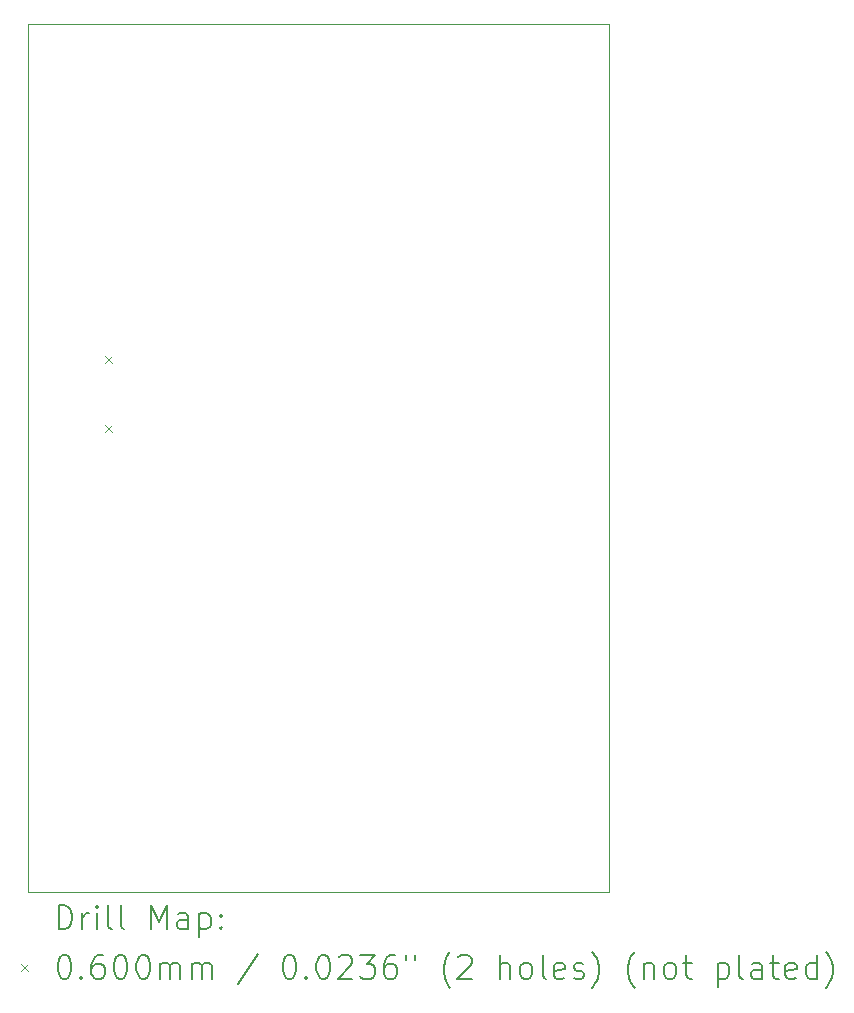
<source format=gbr>
%TF.GenerationSoftware,KiCad,Pcbnew,8.0.3*%
%TF.CreationDate,2024-07-09T19:19:06+01:00*%
%TF.ProjectId,LEDStrip,4c454453-7472-4697-902e-6b696361645f,rev?*%
%TF.SameCoordinates,Original*%
%TF.FileFunction,Drillmap*%
%TF.FilePolarity,Positive*%
%FSLAX45Y45*%
G04 Gerber Fmt 4.5, Leading zero omitted, Abs format (unit mm)*
G04 Created by KiCad (PCBNEW 8.0.3) date 2024-07-09 19:19:06*
%MOMM*%
%LPD*%
G01*
G04 APERTURE LIST*
%ADD10C,0.050000*%
%ADD11C,0.200000*%
%ADD12C,0.100000*%
G04 APERTURE END LIST*
D10*
X12512250Y-5685000D02*
X17427750Y-5685000D01*
X17427750Y-13033000D01*
X12512250Y-13033000D01*
X12512250Y-5685000D01*
D11*
D12*
X13162000Y-8498000D02*
X13222000Y-8558000D01*
X13222000Y-8498000D02*
X13162000Y-8558000D01*
X13162000Y-9076000D02*
X13222000Y-9136000D01*
X13222000Y-9076000D02*
X13162000Y-9136000D01*
D11*
X12770527Y-13346984D02*
X12770527Y-13146984D01*
X12770527Y-13146984D02*
X12818146Y-13146984D01*
X12818146Y-13146984D02*
X12846717Y-13156508D01*
X12846717Y-13156508D02*
X12865765Y-13175555D01*
X12865765Y-13175555D02*
X12875289Y-13194603D01*
X12875289Y-13194603D02*
X12884812Y-13232698D01*
X12884812Y-13232698D02*
X12884812Y-13261269D01*
X12884812Y-13261269D02*
X12875289Y-13299365D01*
X12875289Y-13299365D02*
X12865765Y-13318412D01*
X12865765Y-13318412D02*
X12846717Y-13337460D01*
X12846717Y-13337460D02*
X12818146Y-13346984D01*
X12818146Y-13346984D02*
X12770527Y-13346984D01*
X12970527Y-13346984D02*
X12970527Y-13213650D01*
X12970527Y-13251746D02*
X12980051Y-13232698D01*
X12980051Y-13232698D02*
X12989574Y-13223174D01*
X12989574Y-13223174D02*
X13008622Y-13213650D01*
X13008622Y-13213650D02*
X13027670Y-13213650D01*
X13094336Y-13346984D02*
X13094336Y-13213650D01*
X13094336Y-13146984D02*
X13084812Y-13156508D01*
X13084812Y-13156508D02*
X13094336Y-13166031D01*
X13094336Y-13166031D02*
X13103860Y-13156508D01*
X13103860Y-13156508D02*
X13094336Y-13146984D01*
X13094336Y-13146984D02*
X13094336Y-13166031D01*
X13218146Y-13346984D02*
X13199098Y-13337460D01*
X13199098Y-13337460D02*
X13189574Y-13318412D01*
X13189574Y-13318412D02*
X13189574Y-13146984D01*
X13322908Y-13346984D02*
X13303860Y-13337460D01*
X13303860Y-13337460D02*
X13294336Y-13318412D01*
X13294336Y-13318412D02*
X13294336Y-13146984D01*
X13551479Y-13346984D02*
X13551479Y-13146984D01*
X13551479Y-13146984D02*
X13618146Y-13289841D01*
X13618146Y-13289841D02*
X13684812Y-13146984D01*
X13684812Y-13146984D02*
X13684812Y-13346984D01*
X13865765Y-13346984D02*
X13865765Y-13242222D01*
X13865765Y-13242222D02*
X13856241Y-13223174D01*
X13856241Y-13223174D02*
X13837193Y-13213650D01*
X13837193Y-13213650D02*
X13799098Y-13213650D01*
X13799098Y-13213650D02*
X13780051Y-13223174D01*
X13865765Y-13337460D02*
X13846717Y-13346984D01*
X13846717Y-13346984D02*
X13799098Y-13346984D01*
X13799098Y-13346984D02*
X13780051Y-13337460D01*
X13780051Y-13337460D02*
X13770527Y-13318412D01*
X13770527Y-13318412D02*
X13770527Y-13299365D01*
X13770527Y-13299365D02*
X13780051Y-13280317D01*
X13780051Y-13280317D02*
X13799098Y-13270793D01*
X13799098Y-13270793D02*
X13846717Y-13270793D01*
X13846717Y-13270793D02*
X13865765Y-13261269D01*
X13961003Y-13213650D02*
X13961003Y-13413650D01*
X13961003Y-13223174D02*
X13980051Y-13213650D01*
X13980051Y-13213650D02*
X14018146Y-13213650D01*
X14018146Y-13213650D02*
X14037193Y-13223174D01*
X14037193Y-13223174D02*
X14046717Y-13232698D01*
X14046717Y-13232698D02*
X14056241Y-13251746D01*
X14056241Y-13251746D02*
X14056241Y-13308888D01*
X14056241Y-13308888D02*
X14046717Y-13327936D01*
X14046717Y-13327936D02*
X14037193Y-13337460D01*
X14037193Y-13337460D02*
X14018146Y-13346984D01*
X14018146Y-13346984D02*
X13980051Y-13346984D01*
X13980051Y-13346984D02*
X13961003Y-13337460D01*
X14141955Y-13327936D02*
X14151479Y-13337460D01*
X14151479Y-13337460D02*
X14141955Y-13346984D01*
X14141955Y-13346984D02*
X14132432Y-13337460D01*
X14132432Y-13337460D02*
X14141955Y-13327936D01*
X14141955Y-13327936D02*
X14141955Y-13346984D01*
X14141955Y-13223174D02*
X14151479Y-13232698D01*
X14151479Y-13232698D02*
X14141955Y-13242222D01*
X14141955Y-13242222D02*
X14132432Y-13232698D01*
X14132432Y-13232698D02*
X14141955Y-13223174D01*
X14141955Y-13223174D02*
X14141955Y-13242222D01*
D12*
X12449750Y-13645500D02*
X12509750Y-13705500D01*
X12509750Y-13645500D02*
X12449750Y-13705500D01*
D11*
X12808622Y-13566984D02*
X12827670Y-13566984D01*
X12827670Y-13566984D02*
X12846717Y-13576508D01*
X12846717Y-13576508D02*
X12856241Y-13586031D01*
X12856241Y-13586031D02*
X12865765Y-13605079D01*
X12865765Y-13605079D02*
X12875289Y-13643174D01*
X12875289Y-13643174D02*
X12875289Y-13690793D01*
X12875289Y-13690793D02*
X12865765Y-13728888D01*
X12865765Y-13728888D02*
X12856241Y-13747936D01*
X12856241Y-13747936D02*
X12846717Y-13757460D01*
X12846717Y-13757460D02*
X12827670Y-13766984D01*
X12827670Y-13766984D02*
X12808622Y-13766984D01*
X12808622Y-13766984D02*
X12789574Y-13757460D01*
X12789574Y-13757460D02*
X12780051Y-13747936D01*
X12780051Y-13747936D02*
X12770527Y-13728888D01*
X12770527Y-13728888D02*
X12761003Y-13690793D01*
X12761003Y-13690793D02*
X12761003Y-13643174D01*
X12761003Y-13643174D02*
X12770527Y-13605079D01*
X12770527Y-13605079D02*
X12780051Y-13586031D01*
X12780051Y-13586031D02*
X12789574Y-13576508D01*
X12789574Y-13576508D02*
X12808622Y-13566984D01*
X12961003Y-13747936D02*
X12970527Y-13757460D01*
X12970527Y-13757460D02*
X12961003Y-13766984D01*
X12961003Y-13766984D02*
X12951479Y-13757460D01*
X12951479Y-13757460D02*
X12961003Y-13747936D01*
X12961003Y-13747936D02*
X12961003Y-13766984D01*
X13141955Y-13566984D02*
X13103860Y-13566984D01*
X13103860Y-13566984D02*
X13084812Y-13576508D01*
X13084812Y-13576508D02*
X13075289Y-13586031D01*
X13075289Y-13586031D02*
X13056241Y-13614603D01*
X13056241Y-13614603D02*
X13046717Y-13652698D01*
X13046717Y-13652698D02*
X13046717Y-13728888D01*
X13046717Y-13728888D02*
X13056241Y-13747936D01*
X13056241Y-13747936D02*
X13065765Y-13757460D01*
X13065765Y-13757460D02*
X13084812Y-13766984D01*
X13084812Y-13766984D02*
X13122908Y-13766984D01*
X13122908Y-13766984D02*
X13141955Y-13757460D01*
X13141955Y-13757460D02*
X13151479Y-13747936D01*
X13151479Y-13747936D02*
X13161003Y-13728888D01*
X13161003Y-13728888D02*
X13161003Y-13681269D01*
X13161003Y-13681269D02*
X13151479Y-13662222D01*
X13151479Y-13662222D02*
X13141955Y-13652698D01*
X13141955Y-13652698D02*
X13122908Y-13643174D01*
X13122908Y-13643174D02*
X13084812Y-13643174D01*
X13084812Y-13643174D02*
X13065765Y-13652698D01*
X13065765Y-13652698D02*
X13056241Y-13662222D01*
X13056241Y-13662222D02*
X13046717Y-13681269D01*
X13284812Y-13566984D02*
X13303860Y-13566984D01*
X13303860Y-13566984D02*
X13322908Y-13576508D01*
X13322908Y-13576508D02*
X13332432Y-13586031D01*
X13332432Y-13586031D02*
X13341955Y-13605079D01*
X13341955Y-13605079D02*
X13351479Y-13643174D01*
X13351479Y-13643174D02*
X13351479Y-13690793D01*
X13351479Y-13690793D02*
X13341955Y-13728888D01*
X13341955Y-13728888D02*
X13332432Y-13747936D01*
X13332432Y-13747936D02*
X13322908Y-13757460D01*
X13322908Y-13757460D02*
X13303860Y-13766984D01*
X13303860Y-13766984D02*
X13284812Y-13766984D01*
X13284812Y-13766984D02*
X13265765Y-13757460D01*
X13265765Y-13757460D02*
X13256241Y-13747936D01*
X13256241Y-13747936D02*
X13246717Y-13728888D01*
X13246717Y-13728888D02*
X13237193Y-13690793D01*
X13237193Y-13690793D02*
X13237193Y-13643174D01*
X13237193Y-13643174D02*
X13246717Y-13605079D01*
X13246717Y-13605079D02*
X13256241Y-13586031D01*
X13256241Y-13586031D02*
X13265765Y-13576508D01*
X13265765Y-13576508D02*
X13284812Y-13566984D01*
X13475289Y-13566984D02*
X13494336Y-13566984D01*
X13494336Y-13566984D02*
X13513384Y-13576508D01*
X13513384Y-13576508D02*
X13522908Y-13586031D01*
X13522908Y-13586031D02*
X13532432Y-13605079D01*
X13532432Y-13605079D02*
X13541955Y-13643174D01*
X13541955Y-13643174D02*
X13541955Y-13690793D01*
X13541955Y-13690793D02*
X13532432Y-13728888D01*
X13532432Y-13728888D02*
X13522908Y-13747936D01*
X13522908Y-13747936D02*
X13513384Y-13757460D01*
X13513384Y-13757460D02*
X13494336Y-13766984D01*
X13494336Y-13766984D02*
X13475289Y-13766984D01*
X13475289Y-13766984D02*
X13456241Y-13757460D01*
X13456241Y-13757460D02*
X13446717Y-13747936D01*
X13446717Y-13747936D02*
X13437193Y-13728888D01*
X13437193Y-13728888D02*
X13427670Y-13690793D01*
X13427670Y-13690793D02*
X13427670Y-13643174D01*
X13427670Y-13643174D02*
X13437193Y-13605079D01*
X13437193Y-13605079D02*
X13446717Y-13586031D01*
X13446717Y-13586031D02*
X13456241Y-13576508D01*
X13456241Y-13576508D02*
X13475289Y-13566984D01*
X13627670Y-13766984D02*
X13627670Y-13633650D01*
X13627670Y-13652698D02*
X13637193Y-13643174D01*
X13637193Y-13643174D02*
X13656241Y-13633650D01*
X13656241Y-13633650D02*
X13684813Y-13633650D01*
X13684813Y-13633650D02*
X13703860Y-13643174D01*
X13703860Y-13643174D02*
X13713384Y-13662222D01*
X13713384Y-13662222D02*
X13713384Y-13766984D01*
X13713384Y-13662222D02*
X13722908Y-13643174D01*
X13722908Y-13643174D02*
X13741955Y-13633650D01*
X13741955Y-13633650D02*
X13770527Y-13633650D01*
X13770527Y-13633650D02*
X13789574Y-13643174D01*
X13789574Y-13643174D02*
X13799098Y-13662222D01*
X13799098Y-13662222D02*
X13799098Y-13766984D01*
X13894336Y-13766984D02*
X13894336Y-13633650D01*
X13894336Y-13652698D02*
X13903860Y-13643174D01*
X13903860Y-13643174D02*
X13922908Y-13633650D01*
X13922908Y-13633650D02*
X13951479Y-13633650D01*
X13951479Y-13633650D02*
X13970527Y-13643174D01*
X13970527Y-13643174D02*
X13980051Y-13662222D01*
X13980051Y-13662222D02*
X13980051Y-13766984D01*
X13980051Y-13662222D02*
X13989574Y-13643174D01*
X13989574Y-13643174D02*
X14008622Y-13633650D01*
X14008622Y-13633650D02*
X14037193Y-13633650D01*
X14037193Y-13633650D02*
X14056241Y-13643174D01*
X14056241Y-13643174D02*
X14065765Y-13662222D01*
X14065765Y-13662222D02*
X14065765Y-13766984D01*
X14456241Y-13557460D02*
X14284813Y-13814603D01*
X14713384Y-13566984D02*
X14732432Y-13566984D01*
X14732432Y-13566984D02*
X14751479Y-13576508D01*
X14751479Y-13576508D02*
X14761003Y-13586031D01*
X14761003Y-13586031D02*
X14770527Y-13605079D01*
X14770527Y-13605079D02*
X14780051Y-13643174D01*
X14780051Y-13643174D02*
X14780051Y-13690793D01*
X14780051Y-13690793D02*
X14770527Y-13728888D01*
X14770527Y-13728888D02*
X14761003Y-13747936D01*
X14761003Y-13747936D02*
X14751479Y-13757460D01*
X14751479Y-13757460D02*
X14732432Y-13766984D01*
X14732432Y-13766984D02*
X14713384Y-13766984D01*
X14713384Y-13766984D02*
X14694336Y-13757460D01*
X14694336Y-13757460D02*
X14684813Y-13747936D01*
X14684813Y-13747936D02*
X14675289Y-13728888D01*
X14675289Y-13728888D02*
X14665765Y-13690793D01*
X14665765Y-13690793D02*
X14665765Y-13643174D01*
X14665765Y-13643174D02*
X14675289Y-13605079D01*
X14675289Y-13605079D02*
X14684813Y-13586031D01*
X14684813Y-13586031D02*
X14694336Y-13576508D01*
X14694336Y-13576508D02*
X14713384Y-13566984D01*
X14865765Y-13747936D02*
X14875289Y-13757460D01*
X14875289Y-13757460D02*
X14865765Y-13766984D01*
X14865765Y-13766984D02*
X14856241Y-13757460D01*
X14856241Y-13757460D02*
X14865765Y-13747936D01*
X14865765Y-13747936D02*
X14865765Y-13766984D01*
X14999098Y-13566984D02*
X15018146Y-13566984D01*
X15018146Y-13566984D02*
X15037194Y-13576508D01*
X15037194Y-13576508D02*
X15046717Y-13586031D01*
X15046717Y-13586031D02*
X15056241Y-13605079D01*
X15056241Y-13605079D02*
X15065765Y-13643174D01*
X15065765Y-13643174D02*
X15065765Y-13690793D01*
X15065765Y-13690793D02*
X15056241Y-13728888D01*
X15056241Y-13728888D02*
X15046717Y-13747936D01*
X15046717Y-13747936D02*
X15037194Y-13757460D01*
X15037194Y-13757460D02*
X15018146Y-13766984D01*
X15018146Y-13766984D02*
X14999098Y-13766984D01*
X14999098Y-13766984D02*
X14980051Y-13757460D01*
X14980051Y-13757460D02*
X14970527Y-13747936D01*
X14970527Y-13747936D02*
X14961003Y-13728888D01*
X14961003Y-13728888D02*
X14951479Y-13690793D01*
X14951479Y-13690793D02*
X14951479Y-13643174D01*
X14951479Y-13643174D02*
X14961003Y-13605079D01*
X14961003Y-13605079D02*
X14970527Y-13586031D01*
X14970527Y-13586031D02*
X14980051Y-13576508D01*
X14980051Y-13576508D02*
X14999098Y-13566984D01*
X15141956Y-13586031D02*
X15151479Y-13576508D01*
X15151479Y-13576508D02*
X15170527Y-13566984D01*
X15170527Y-13566984D02*
X15218146Y-13566984D01*
X15218146Y-13566984D02*
X15237194Y-13576508D01*
X15237194Y-13576508D02*
X15246717Y-13586031D01*
X15246717Y-13586031D02*
X15256241Y-13605079D01*
X15256241Y-13605079D02*
X15256241Y-13624127D01*
X15256241Y-13624127D02*
X15246717Y-13652698D01*
X15246717Y-13652698D02*
X15132432Y-13766984D01*
X15132432Y-13766984D02*
X15256241Y-13766984D01*
X15322908Y-13566984D02*
X15446717Y-13566984D01*
X15446717Y-13566984D02*
X15380051Y-13643174D01*
X15380051Y-13643174D02*
X15408622Y-13643174D01*
X15408622Y-13643174D02*
X15427670Y-13652698D01*
X15427670Y-13652698D02*
X15437194Y-13662222D01*
X15437194Y-13662222D02*
X15446717Y-13681269D01*
X15446717Y-13681269D02*
X15446717Y-13728888D01*
X15446717Y-13728888D02*
X15437194Y-13747936D01*
X15437194Y-13747936D02*
X15427670Y-13757460D01*
X15427670Y-13757460D02*
X15408622Y-13766984D01*
X15408622Y-13766984D02*
X15351479Y-13766984D01*
X15351479Y-13766984D02*
X15332432Y-13757460D01*
X15332432Y-13757460D02*
X15322908Y-13747936D01*
X15618146Y-13566984D02*
X15580051Y-13566984D01*
X15580051Y-13566984D02*
X15561003Y-13576508D01*
X15561003Y-13576508D02*
X15551479Y-13586031D01*
X15551479Y-13586031D02*
X15532432Y-13614603D01*
X15532432Y-13614603D02*
X15522908Y-13652698D01*
X15522908Y-13652698D02*
X15522908Y-13728888D01*
X15522908Y-13728888D02*
X15532432Y-13747936D01*
X15532432Y-13747936D02*
X15541956Y-13757460D01*
X15541956Y-13757460D02*
X15561003Y-13766984D01*
X15561003Y-13766984D02*
X15599098Y-13766984D01*
X15599098Y-13766984D02*
X15618146Y-13757460D01*
X15618146Y-13757460D02*
X15627670Y-13747936D01*
X15627670Y-13747936D02*
X15637194Y-13728888D01*
X15637194Y-13728888D02*
X15637194Y-13681269D01*
X15637194Y-13681269D02*
X15627670Y-13662222D01*
X15627670Y-13662222D02*
X15618146Y-13652698D01*
X15618146Y-13652698D02*
X15599098Y-13643174D01*
X15599098Y-13643174D02*
X15561003Y-13643174D01*
X15561003Y-13643174D02*
X15541956Y-13652698D01*
X15541956Y-13652698D02*
X15532432Y-13662222D01*
X15532432Y-13662222D02*
X15522908Y-13681269D01*
X15713384Y-13566984D02*
X15713384Y-13605079D01*
X15789575Y-13566984D02*
X15789575Y-13605079D01*
X16084813Y-13843174D02*
X16075289Y-13833650D01*
X16075289Y-13833650D02*
X16056241Y-13805079D01*
X16056241Y-13805079D02*
X16046718Y-13786031D01*
X16046718Y-13786031D02*
X16037194Y-13757460D01*
X16037194Y-13757460D02*
X16027670Y-13709841D01*
X16027670Y-13709841D02*
X16027670Y-13671746D01*
X16027670Y-13671746D02*
X16037194Y-13624127D01*
X16037194Y-13624127D02*
X16046718Y-13595555D01*
X16046718Y-13595555D02*
X16056241Y-13576508D01*
X16056241Y-13576508D02*
X16075289Y-13547936D01*
X16075289Y-13547936D02*
X16084813Y-13538412D01*
X16151479Y-13586031D02*
X16161003Y-13576508D01*
X16161003Y-13576508D02*
X16180051Y-13566984D01*
X16180051Y-13566984D02*
X16227670Y-13566984D01*
X16227670Y-13566984D02*
X16246718Y-13576508D01*
X16246718Y-13576508D02*
X16256241Y-13586031D01*
X16256241Y-13586031D02*
X16265765Y-13605079D01*
X16265765Y-13605079D02*
X16265765Y-13624127D01*
X16265765Y-13624127D02*
X16256241Y-13652698D01*
X16256241Y-13652698D02*
X16141956Y-13766984D01*
X16141956Y-13766984D02*
X16265765Y-13766984D01*
X16503860Y-13766984D02*
X16503860Y-13566984D01*
X16589575Y-13766984D02*
X16589575Y-13662222D01*
X16589575Y-13662222D02*
X16580051Y-13643174D01*
X16580051Y-13643174D02*
X16561003Y-13633650D01*
X16561003Y-13633650D02*
X16532432Y-13633650D01*
X16532432Y-13633650D02*
X16513384Y-13643174D01*
X16513384Y-13643174D02*
X16503860Y-13652698D01*
X16713384Y-13766984D02*
X16694337Y-13757460D01*
X16694337Y-13757460D02*
X16684813Y-13747936D01*
X16684813Y-13747936D02*
X16675289Y-13728888D01*
X16675289Y-13728888D02*
X16675289Y-13671746D01*
X16675289Y-13671746D02*
X16684813Y-13652698D01*
X16684813Y-13652698D02*
X16694337Y-13643174D01*
X16694337Y-13643174D02*
X16713384Y-13633650D01*
X16713384Y-13633650D02*
X16741956Y-13633650D01*
X16741956Y-13633650D02*
X16761003Y-13643174D01*
X16761003Y-13643174D02*
X16770527Y-13652698D01*
X16770527Y-13652698D02*
X16780051Y-13671746D01*
X16780051Y-13671746D02*
X16780051Y-13728888D01*
X16780051Y-13728888D02*
X16770527Y-13747936D01*
X16770527Y-13747936D02*
X16761003Y-13757460D01*
X16761003Y-13757460D02*
X16741956Y-13766984D01*
X16741956Y-13766984D02*
X16713384Y-13766984D01*
X16894337Y-13766984D02*
X16875289Y-13757460D01*
X16875289Y-13757460D02*
X16865765Y-13738412D01*
X16865765Y-13738412D02*
X16865765Y-13566984D01*
X17046718Y-13757460D02*
X17027670Y-13766984D01*
X17027670Y-13766984D02*
X16989575Y-13766984D01*
X16989575Y-13766984D02*
X16970527Y-13757460D01*
X16970527Y-13757460D02*
X16961003Y-13738412D01*
X16961003Y-13738412D02*
X16961003Y-13662222D01*
X16961003Y-13662222D02*
X16970527Y-13643174D01*
X16970527Y-13643174D02*
X16989575Y-13633650D01*
X16989575Y-13633650D02*
X17027670Y-13633650D01*
X17027670Y-13633650D02*
X17046718Y-13643174D01*
X17046718Y-13643174D02*
X17056242Y-13662222D01*
X17056242Y-13662222D02*
X17056242Y-13681269D01*
X17056242Y-13681269D02*
X16961003Y-13700317D01*
X17132432Y-13757460D02*
X17151480Y-13766984D01*
X17151480Y-13766984D02*
X17189575Y-13766984D01*
X17189575Y-13766984D02*
X17208623Y-13757460D01*
X17208623Y-13757460D02*
X17218146Y-13738412D01*
X17218146Y-13738412D02*
X17218146Y-13728888D01*
X17218146Y-13728888D02*
X17208623Y-13709841D01*
X17208623Y-13709841D02*
X17189575Y-13700317D01*
X17189575Y-13700317D02*
X17161003Y-13700317D01*
X17161003Y-13700317D02*
X17141956Y-13690793D01*
X17141956Y-13690793D02*
X17132432Y-13671746D01*
X17132432Y-13671746D02*
X17132432Y-13662222D01*
X17132432Y-13662222D02*
X17141956Y-13643174D01*
X17141956Y-13643174D02*
X17161003Y-13633650D01*
X17161003Y-13633650D02*
X17189575Y-13633650D01*
X17189575Y-13633650D02*
X17208623Y-13643174D01*
X17284813Y-13843174D02*
X17294337Y-13833650D01*
X17294337Y-13833650D02*
X17313384Y-13805079D01*
X17313384Y-13805079D02*
X17322908Y-13786031D01*
X17322908Y-13786031D02*
X17332432Y-13757460D01*
X17332432Y-13757460D02*
X17341956Y-13709841D01*
X17341956Y-13709841D02*
X17341956Y-13671746D01*
X17341956Y-13671746D02*
X17332432Y-13624127D01*
X17332432Y-13624127D02*
X17322908Y-13595555D01*
X17322908Y-13595555D02*
X17313384Y-13576508D01*
X17313384Y-13576508D02*
X17294337Y-13547936D01*
X17294337Y-13547936D02*
X17284813Y-13538412D01*
X17646718Y-13843174D02*
X17637194Y-13833650D01*
X17637194Y-13833650D02*
X17618146Y-13805079D01*
X17618146Y-13805079D02*
X17608623Y-13786031D01*
X17608623Y-13786031D02*
X17599099Y-13757460D01*
X17599099Y-13757460D02*
X17589575Y-13709841D01*
X17589575Y-13709841D02*
X17589575Y-13671746D01*
X17589575Y-13671746D02*
X17599099Y-13624127D01*
X17599099Y-13624127D02*
X17608623Y-13595555D01*
X17608623Y-13595555D02*
X17618146Y-13576508D01*
X17618146Y-13576508D02*
X17637194Y-13547936D01*
X17637194Y-13547936D02*
X17646718Y-13538412D01*
X17722908Y-13633650D02*
X17722908Y-13766984D01*
X17722908Y-13652698D02*
X17732432Y-13643174D01*
X17732432Y-13643174D02*
X17751480Y-13633650D01*
X17751480Y-13633650D02*
X17780051Y-13633650D01*
X17780051Y-13633650D02*
X17799099Y-13643174D01*
X17799099Y-13643174D02*
X17808623Y-13662222D01*
X17808623Y-13662222D02*
X17808623Y-13766984D01*
X17932432Y-13766984D02*
X17913384Y-13757460D01*
X17913384Y-13757460D02*
X17903861Y-13747936D01*
X17903861Y-13747936D02*
X17894337Y-13728888D01*
X17894337Y-13728888D02*
X17894337Y-13671746D01*
X17894337Y-13671746D02*
X17903861Y-13652698D01*
X17903861Y-13652698D02*
X17913384Y-13643174D01*
X17913384Y-13643174D02*
X17932432Y-13633650D01*
X17932432Y-13633650D02*
X17961004Y-13633650D01*
X17961004Y-13633650D02*
X17980051Y-13643174D01*
X17980051Y-13643174D02*
X17989575Y-13652698D01*
X17989575Y-13652698D02*
X17999099Y-13671746D01*
X17999099Y-13671746D02*
X17999099Y-13728888D01*
X17999099Y-13728888D02*
X17989575Y-13747936D01*
X17989575Y-13747936D02*
X17980051Y-13757460D01*
X17980051Y-13757460D02*
X17961004Y-13766984D01*
X17961004Y-13766984D02*
X17932432Y-13766984D01*
X18056242Y-13633650D02*
X18132432Y-13633650D01*
X18084813Y-13566984D02*
X18084813Y-13738412D01*
X18084813Y-13738412D02*
X18094337Y-13757460D01*
X18094337Y-13757460D02*
X18113384Y-13766984D01*
X18113384Y-13766984D02*
X18132432Y-13766984D01*
X18351480Y-13633650D02*
X18351480Y-13833650D01*
X18351480Y-13643174D02*
X18370527Y-13633650D01*
X18370527Y-13633650D02*
X18408623Y-13633650D01*
X18408623Y-13633650D02*
X18427670Y-13643174D01*
X18427670Y-13643174D02*
X18437194Y-13652698D01*
X18437194Y-13652698D02*
X18446718Y-13671746D01*
X18446718Y-13671746D02*
X18446718Y-13728888D01*
X18446718Y-13728888D02*
X18437194Y-13747936D01*
X18437194Y-13747936D02*
X18427670Y-13757460D01*
X18427670Y-13757460D02*
X18408623Y-13766984D01*
X18408623Y-13766984D02*
X18370527Y-13766984D01*
X18370527Y-13766984D02*
X18351480Y-13757460D01*
X18561004Y-13766984D02*
X18541956Y-13757460D01*
X18541956Y-13757460D02*
X18532432Y-13738412D01*
X18532432Y-13738412D02*
X18532432Y-13566984D01*
X18722908Y-13766984D02*
X18722908Y-13662222D01*
X18722908Y-13662222D02*
X18713385Y-13643174D01*
X18713385Y-13643174D02*
X18694337Y-13633650D01*
X18694337Y-13633650D02*
X18656242Y-13633650D01*
X18656242Y-13633650D02*
X18637194Y-13643174D01*
X18722908Y-13757460D02*
X18703861Y-13766984D01*
X18703861Y-13766984D02*
X18656242Y-13766984D01*
X18656242Y-13766984D02*
X18637194Y-13757460D01*
X18637194Y-13757460D02*
X18627670Y-13738412D01*
X18627670Y-13738412D02*
X18627670Y-13719365D01*
X18627670Y-13719365D02*
X18637194Y-13700317D01*
X18637194Y-13700317D02*
X18656242Y-13690793D01*
X18656242Y-13690793D02*
X18703861Y-13690793D01*
X18703861Y-13690793D02*
X18722908Y-13681269D01*
X18789575Y-13633650D02*
X18865765Y-13633650D01*
X18818146Y-13566984D02*
X18818146Y-13738412D01*
X18818146Y-13738412D02*
X18827670Y-13757460D01*
X18827670Y-13757460D02*
X18846718Y-13766984D01*
X18846718Y-13766984D02*
X18865765Y-13766984D01*
X19008623Y-13757460D02*
X18989575Y-13766984D01*
X18989575Y-13766984D02*
X18951480Y-13766984D01*
X18951480Y-13766984D02*
X18932432Y-13757460D01*
X18932432Y-13757460D02*
X18922908Y-13738412D01*
X18922908Y-13738412D02*
X18922908Y-13662222D01*
X18922908Y-13662222D02*
X18932432Y-13643174D01*
X18932432Y-13643174D02*
X18951480Y-13633650D01*
X18951480Y-13633650D02*
X18989575Y-13633650D01*
X18989575Y-13633650D02*
X19008623Y-13643174D01*
X19008623Y-13643174D02*
X19018146Y-13662222D01*
X19018146Y-13662222D02*
X19018146Y-13681269D01*
X19018146Y-13681269D02*
X18922908Y-13700317D01*
X19189575Y-13766984D02*
X19189575Y-13566984D01*
X19189575Y-13757460D02*
X19170527Y-13766984D01*
X19170527Y-13766984D02*
X19132432Y-13766984D01*
X19132432Y-13766984D02*
X19113385Y-13757460D01*
X19113385Y-13757460D02*
X19103861Y-13747936D01*
X19103861Y-13747936D02*
X19094337Y-13728888D01*
X19094337Y-13728888D02*
X19094337Y-13671746D01*
X19094337Y-13671746D02*
X19103861Y-13652698D01*
X19103861Y-13652698D02*
X19113385Y-13643174D01*
X19113385Y-13643174D02*
X19132432Y-13633650D01*
X19132432Y-13633650D02*
X19170527Y-13633650D01*
X19170527Y-13633650D02*
X19189575Y-13643174D01*
X19265766Y-13843174D02*
X19275289Y-13833650D01*
X19275289Y-13833650D02*
X19294337Y-13805079D01*
X19294337Y-13805079D02*
X19303861Y-13786031D01*
X19303861Y-13786031D02*
X19313385Y-13757460D01*
X19313385Y-13757460D02*
X19322908Y-13709841D01*
X19322908Y-13709841D02*
X19322908Y-13671746D01*
X19322908Y-13671746D02*
X19313385Y-13624127D01*
X19313385Y-13624127D02*
X19303861Y-13595555D01*
X19303861Y-13595555D02*
X19294337Y-13576508D01*
X19294337Y-13576508D02*
X19275289Y-13547936D01*
X19275289Y-13547936D02*
X19265766Y-13538412D01*
M02*

</source>
